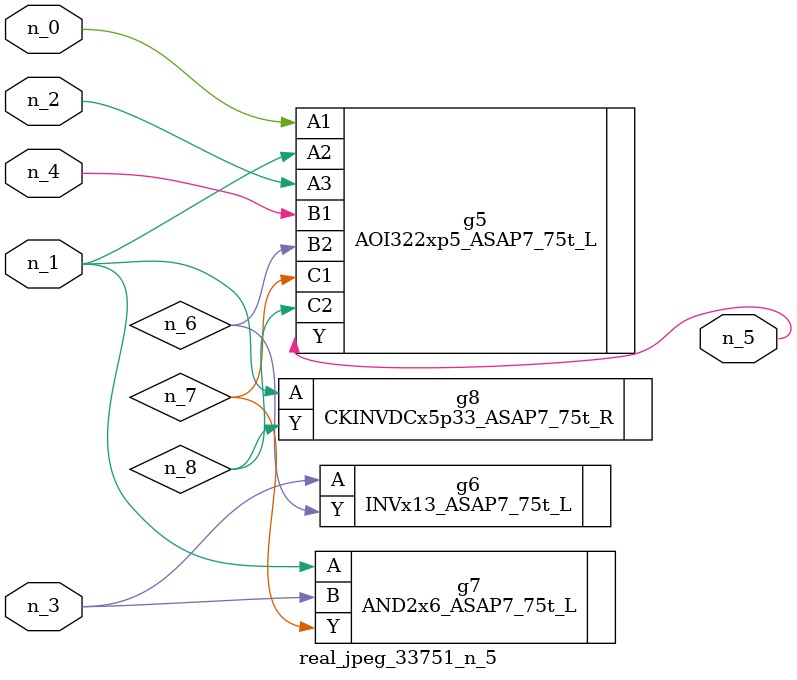
<source format=v>
module real_jpeg_33751_n_5 (n_4, n_0, n_1, n_2, n_3, n_5);

input n_4;
input n_0;
input n_1;
input n_2;
input n_3;

output n_5;

wire n_8;
wire n_6;
wire n_7;

AOI322xp5_ASAP7_75t_L g5 ( 
.A1(n_0),
.A2(n_1),
.A3(n_2),
.B1(n_4),
.B2(n_6),
.C1(n_7),
.C2(n_8),
.Y(n_5)
);

AND2x6_ASAP7_75t_L g7 ( 
.A(n_1),
.B(n_3),
.Y(n_7)
);

CKINVDCx5p33_ASAP7_75t_R g8 ( 
.A(n_1),
.Y(n_8)
);

INVx13_ASAP7_75t_L g6 ( 
.A(n_3),
.Y(n_6)
);


endmodule
</source>
